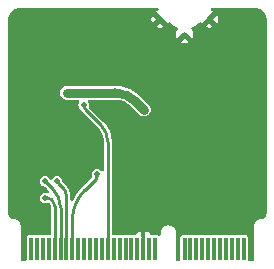
<source format=gbr>
%TF.GenerationSoftware,KiCad,Pcbnew,9.0.0*%
%TF.CreationDate,2025-05-23T15:59:06+04:00*%
%TF.ProjectId,02_03_sensor_IMU_BMI088,30325f30-335f-4736-956e-736f725f494d,rev?*%
%TF.SameCoordinates,Original*%
%TF.FileFunction,Copper,L2,Bot*%
%TF.FilePolarity,Positive*%
%FSLAX46Y46*%
G04 Gerber Fmt 4.6, Leading zero omitted, Abs format (unit mm)*
G04 Created by KiCad (PCBNEW 9.0.0) date 2025-05-23 15:59:06*
%MOMM*%
%LPD*%
G01*
G04 APERTURE LIST*
%TA.AperFunction,SMDPad,CuDef*%
%ADD10R,0.350000X1.950000*%
%TD*%
%TA.AperFunction,ComponentPad*%
%ADD11C,0.454000*%
%TD*%
%TA.AperFunction,ViaPad*%
%ADD12C,0.500000*%
%TD*%
%TA.AperFunction,Conductor*%
%ADD13C,0.750000*%
%TD*%
%TA.AperFunction,Conductor*%
%ADD14C,0.250000*%
%TD*%
G04 APERTURE END LIST*
D10*
%TO.P,J1,2,3.3V*%
%TO.N,+3V3*%
X157501100Y-112840617D03*
%TO.P,J1,4,3.3V_EN*%
%TO.N,/3.3V_EN*%
X157001100Y-112840617D03*
%TO.P,J1,6,~{RESET}*%
%TO.N,+5V*%
X156501100Y-112840617D03*
%TO.P,J1,8,G11*%
%TO.N,/G11-SWO*%
X156001100Y-112840617D03*
%TO.P,J1,10,D0*%
%TO.N,/D0*%
X155501100Y-112840617D03*
%TO.P,J1,12,I2C_SDA*%
%TO.N,unconnected-(J1-I2C_SDA-Pad12)*%
X155001100Y-112840617D03*
%TO.P,J1,14,I2C_SCL*%
%TO.N,unconnected-(J1-I2C_SCL-Pad14)*%
X154501100Y-112840617D03*
%TO.P,J1,16,I2C_~{INT}*%
%TO.N,/I2C_~{INT}*%
X154001100Y-112840617D03*
%TO.P,J1,18,D1/CAM_TRIG*%
%TO.N,/D1-CAM_TRIG*%
X153501100Y-112840617D03*
%TO.P,J1,20,RX2*%
%TO.N,/UART_RX2*%
X153001100Y-112840617D03*
%TO.P,J1,22,TX2*%
%TO.N,/UART_TX2*%
X152501100Y-112840617D03*
%TO.P,J1,32,PWM0*%
%TO.N,/PWM0*%
X150001100Y-112840617D03*
%TO.P,J1,34,A0*%
%TO.N,/A0*%
X149501100Y-112840617D03*
%TO.P,J1,36,GND*%
%TO.N,GND*%
X149001100Y-112840617D03*
%TO.P,J1,38,A1*%
%TO.N,/A1*%
X148501100Y-112840617D03*
%TO.P,J1,40,G0/BUS0*%
%TO.N,/G0*%
X148001100Y-112840617D03*
%TO.P,J1,42,G1/BUS1*%
%TO.N,BMI088_pwr_cyc*%
X147501100Y-112840617D03*
%TO.P,J1,44,G2/BUS2*%
%TO.N,BMI088_INT1_ACCEL*%
X147001100Y-112840617D03*
%TO.P,J1,46,G3/BUS3*%
%TO.N,BMI088_INT3_GYRO*%
X146501100Y-112840617D03*
%TO.P,J1,48,G4/BUS4*%
%TO.N,BMI088_CS_GYRO*%
X146001100Y-112840617D03*
%TO.P,J1,50,AUD_BCLK*%
%TO.N,/AUD_BCLK*%
X145501100Y-112840617D03*
%TO.P,J1,52,AUD_LRCLK*%
%TO.N,/AUD_LRCLK*%
X145001100Y-112840617D03*
%TO.P,J1,54,AUD_IN/CAM_PCLK*%
%TO.N,/AUD_IN-CAM_PCLK*%
X144501100Y-112840617D03*
%TO.P,J1,56,AUD_OUT/CAM_MCLK*%
%TO.N,/AUD_OUT-CAM_MCLK*%
X144001100Y-112840617D03*
%TO.P,J1,58,AUD_MCLK*%
%TO.N,/AUD_MCLK*%
X143501100Y-112840617D03*
%TO.P,J1,60,SPI_SCK1/SDIO_CLK*%
%TO.N,BMI088_MOSI*%
X143001100Y-112840617D03*
%TO.P,J1,62,SPI_SDO1/SDIO_CMD*%
%TO.N,BMI088_MISO*%
X142501100Y-112840617D03*
%TO.P,J1,64,SPI_SDI1/SDIO_DATA0*%
%TO.N,BMI088_SCK*%
X142001100Y-112840617D03*
%TO.P,J1,66,SDIO_DATA1*%
%TO.N,BMI088_CS_ACCEL*%
X141501100Y-112840617D03*
%TO.P,J1,68,SDIO_DATA2*%
%TO.N,/SDIO_DATA2*%
X141001100Y-112840617D03*
%TO.P,J1,70,SPI_~{CS1}/SDIO_DATA3*%
%TO.N,/SDIO_DATA3-~{SPI_CS1}*%
X140501100Y-112840617D03*
%TO.P,J1,72,RTC_3V*%
%TO.N,/RTC_3V_BATT*%
X140001100Y-112840617D03*
%TO.P,J1,74,3.3V*%
%TO.N,+3V3*%
X139501100Y-112840617D03*
D11*
%TO.P,J1,GND1,GND*%
%TO.N,GND*%
X150401100Y-93365617D03*
%TO.P,J1,GND2,GND*%
X152501100Y-94665617D03*
%TO.P,J1,GND3,GND*%
X154601100Y-93365617D03*
%TD*%
D12*
%TO.N,+3V3*%
X142526000Y-99600000D03*
X149048103Y-101028096D03*
%TO.N,BMI088_CS_ACCEL*%
X140700000Y-108500000D03*
%TO.N,BMI088_CS_GYRO*%
X143955000Y-100600000D03*
%TO.N,BMI088_MISO*%
X141700000Y-107100000D03*
%TO.N,BMI088_MOSI*%
X145100000Y-106500000D03*
%TO.N,BMI088_SCK*%
X140700000Y-107100000D03*
%TD*%
D13*
%TO.N,+3V3*%
X149048103Y-101028096D02*
X148334055Y-100314048D01*
X146610190Y-99600000D02*
X142526000Y-99600000D01*
X148334055Y-100314048D02*
G75*
G03*
X146610190Y-99600003I-1723855J-1723852D01*
G01*
D14*
%TO.N,BMI088_CS_ACCEL*%
X140700000Y-108500000D02*
X140900000Y-108500000D01*
X141300550Y-108700550D02*
X141241421Y-108641421D01*
X141501100Y-109184720D02*
X141501100Y-112840617D01*
X141241421Y-108641421D02*
G75*
G03*
X140900000Y-108499987I-341421J-341379D01*
G01*
X141501100Y-109184720D02*
G75*
G03*
X141300556Y-108700544I-684700J20D01*
G01*
%TO.N,BMI088_CS_GYRO*%
X143955000Y-100600000D02*
X143955000Y-100727500D01*
X146001100Y-103750405D02*
X146001100Y-112840617D01*
X144045156Y-100945156D02*
X145400550Y-102300550D01*
X143955000Y-100727500D02*
G75*
G03*
X144045159Y-100945153I307800J0D01*
G01*
X145400550Y-102300550D02*
G75*
G02*
X146001098Y-103750405I-1449850J-1449850D01*
G01*
%TO.N,BMI088_MISO*%
X142150550Y-107550550D02*
X141800000Y-107200000D01*
X142501100Y-108396852D02*
X142501100Y-112840617D01*
X142150550Y-107550550D02*
G75*
G02*
X142501149Y-108396852I-846250J-846350D01*
G01*
%TO.N,BMI088_MOSI*%
X143001100Y-110383046D02*
X143001100Y-112840617D01*
X144993933Y-106906066D02*
X144050550Y-107849450D01*
X145100000Y-106650000D02*
X145100000Y-106500000D01*
X144050550Y-107849450D02*
G75*
G03*
X143001119Y-110383046I2533550J-2533550D01*
G01*
X144993933Y-106906066D02*
G75*
G03*
X145100009Y-106650000I-256033J256066D01*
G01*
%TO.N,BMI088_SCK*%
X140700000Y-107100000D02*
X141350550Y-107750550D01*
X142001100Y-109321116D02*
X142001100Y-112840617D01*
X142001100Y-109321116D02*
G75*
G03*
X141350555Y-107750545I-2221100J16D01*
G01*
%TD*%
%TA.AperFunction,Conductor*%
%TO.N,GND*%
G36*
X150256125Y-92435802D02*
G01*
X150301880Y-92488606D01*
X150311824Y-92557764D01*
X150282799Y-92621320D01*
X150224021Y-92659094D01*
X150213277Y-92661734D01*
X150189049Y-92666553D01*
X150071678Y-92715168D01*
X150561613Y-93205104D01*
X151051547Y-93695038D01*
X151055949Y-93694162D01*
X151091477Y-93650076D01*
X151157771Y-93628010D01*
X151225470Y-93645288D01*
X151243401Y-93658218D01*
X151419344Y-93810673D01*
X151419350Y-93810677D01*
X151635996Y-93949907D01*
X151636019Y-93949920D01*
X151862774Y-94053475D01*
X151915578Y-94099229D01*
X151935263Y-94166269D01*
X151915579Y-94233308D01*
X151914366Y-94235159D01*
X151856840Y-94321254D01*
X151802038Y-94453558D01*
X151802036Y-94453566D01*
X151774100Y-94594009D01*
X151774100Y-94737224D01*
X151802035Y-94877667D01*
X151802038Y-94877676D01*
X151850650Y-94995037D01*
X152252905Y-94592784D01*
X152314228Y-94559299D01*
X152383920Y-94564283D01*
X152428267Y-94592784D01*
X152430389Y-94594906D01*
X152416324Y-94608972D01*
X152401100Y-94645726D01*
X152401100Y-94685508D01*
X152416324Y-94722262D01*
X152444455Y-94750393D01*
X152481209Y-94765617D01*
X152520991Y-94765617D01*
X152557745Y-94750393D01*
X152585876Y-94722262D01*
X152601100Y-94685508D01*
X152601100Y-94645726D01*
X152585876Y-94608972D01*
X152571810Y-94594906D01*
X152573932Y-94592785D01*
X152635255Y-94559300D01*
X152704947Y-94564284D01*
X152749294Y-94592785D01*
X153151547Y-94995038D01*
X153200161Y-94877675D01*
X153200163Y-94877667D01*
X153228099Y-94737224D01*
X153228100Y-94737221D01*
X153228100Y-94594013D01*
X153228099Y-94594009D01*
X153200163Y-94453566D01*
X153200161Y-94453558D01*
X153145358Y-94321250D01*
X153087834Y-94235159D01*
X153066956Y-94168482D01*
X153085441Y-94101102D01*
X153137420Y-94054412D01*
X153139316Y-94053524D01*
X153221343Y-94016064D01*
X154271677Y-94016064D01*
X154389041Y-94064678D01*
X154389049Y-94064680D01*
X154529492Y-94092616D01*
X154529496Y-94092617D01*
X154672704Y-94092617D01*
X154672707Y-94092616D01*
X154813150Y-94064680D01*
X154813158Y-94064678D01*
X154930521Y-94016064D01*
X154601101Y-93686643D01*
X154601100Y-93686643D01*
X154271677Y-94016064D01*
X153221343Y-94016064D01*
X153366192Y-93949914D01*
X153582856Y-93810673D01*
X153758800Y-93658216D01*
X153822353Y-93629193D01*
X153891511Y-93639136D01*
X153944315Y-93684891D01*
X153949503Y-93694810D01*
X153950650Y-93695038D01*
X154299964Y-93345726D01*
X154501100Y-93345726D01*
X154501100Y-93385508D01*
X154516324Y-93422262D01*
X154544455Y-93450393D01*
X154581209Y-93465617D01*
X154620991Y-93465617D01*
X154657745Y-93450393D01*
X154685876Y-93422262D01*
X154701100Y-93385508D01*
X154701100Y-93365616D01*
X154922126Y-93365616D01*
X154922126Y-93365617D01*
X155251547Y-93695038D01*
X155300161Y-93577675D01*
X155300163Y-93577667D01*
X155328099Y-93437224D01*
X155328100Y-93437221D01*
X155328100Y-93294013D01*
X155328099Y-93294009D01*
X155300163Y-93153566D01*
X155300161Y-93153558D01*
X155251547Y-93036194D01*
X154922126Y-93365616D01*
X154701100Y-93365616D01*
X154701100Y-93345726D01*
X154685876Y-93308972D01*
X154657745Y-93280841D01*
X154620991Y-93265617D01*
X154581209Y-93265617D01*
X154544455Y-93280841D01*
X154516324Y-93308972D01*
X154501100Y-93345726D01*
X154299964Y-93345726D01*
X154419117Y-93226574D01*
X154440587Y-93205104D01*
X154930521Y-92715168D01*
X154813159Y-92666555D01*
X154813150Y-92666553D01*
X154788923Y-92661734D01*
X154727012Y-92629350D01*
X154692438Y-92568634D01*
X154696177Y-92498865D01*
X154737043Y-92442192D01*
X154802061Y-92416611D01*
X154813114Y-92416117D01*
X158493234Y-92416117D01*
X158506716Y-92416852D01*
X158537216Y-92420187D01*
X158653104Y-92432863D01*
X158673654Y-92436890D01*
X158811775Y-92476317D01*
X158831349Y-92483743D01*
X158960838Y-92545843D01*
X158960865Y-92545856D01*
X158978917Y-92556475D01*
X159067068Y-92618914D01*
X159096114Y-92639488D01*
X159096133Y-92639501D01*
X159112142Y-92653009D01*
X159213701Y-92754570D01*
X159227208Y-92770578D01*
X159310233Y-92887796D01*
X159320852Y-92905850D01*
X159382957Y-93035356D01*
X159390387Y-93054939D01*
X159429813Y-93193063D01*
X159433840Y-93213617D01*
X159449865Y-93360146D01*
X159450600Y-93373627D01*
X159450600Y-109755872D01*
X159449451Y-109772714D01*
X159435814Y-109872185D01*
X159429333Y-109898169D01*
X159396341Y-109987818D01*
X159384432Y-110011804D01*
X159379611Y-110019341D01*
X159332964Y-110092274D01*
X159316183Y-110113144D01*
X159248633Y-110180692D01*
X159227763Y-110197471D01*
X159147286Y-110248941D01*
X159123298Y-110260850D01*
X159033656Y-110293836D01*
X159007671Y-110300317D01*
X158906155Y-110314230D01*
X158892791Y-110315329D01*
X158872130Y-110315907D01*
X158864324Y-110317542D01*
X158838078Y-110319407D01*
X158838072Y-110319408D01*
X158723484Y-110352555D01*
X158618415Y-110409056D01*
X158618407Y-110409062D01*
X158527573Y-110486380D01*
X158455019Y-110581074D01*
X158455018Y-110581076D01*
X158403992Y-110688904D01*
X158388678Y-110754259D01*
X158376775Y-110805053D01*
X158376007Y-110844291D01*
X158375600Y-110844699D01*
X158375600Y-110865177D01*
X158375590Y-110865687D01*
X158375579Y-110866282D01*
X158375579Y-110866318D01*
X158375020Y-110896650D01*
X158375600Y-110900539D01*
X158375600Y-113726000D01*
X158355915Y-113793039D01*
X158303111Y-113838794D01*
X158251600Y-113850000D01*
X158000600Y-113850000D01*
X157933561Y-113830315D01*
X157887806Y-113777511D01*
X157876600Y-113726000D01*
X157876600Y-111845866D01*
X157876599Y-111845864D01*
X157864968Y-111787387D01*
X157864967Y-111787386D01*
X157820652Y-111721064D01*
X157754330Y-111676749D01*
X157754329Y-111676748D01*
X157695852Y-111665117D01*
X157695848Y-111665117D01*
X157306352Y-111665117D01*
X157306351Y-111665117D01*
X157275288Y-111671295D01*
X157226912Y-111671295D01*
X157195849Y-111665117D01*
X157195848Y-111665117D01*
X156806352Y-111665117D01*
X156806351Y-111665117D01*
X156775288Y-111671295D01*
X156726912Y-111671295D01*
X156695849Y-111665117D01*
X156695848Y-111665117D01*
X156306352Y-111665117D01*
X156306351Y-111665117D01*
X156275288Y-111671295D01*
X156226912Y-111671295D01*
X156195849Y-111665117D01*
X156195848Y-111665117D01*
X155806352Y-111665117D01*
X155806351Y-111665117D01*
X155775288Y-111671295D01*
X155726912Y-111671295D01*
X155695849Y-111665117D01*
X155695848Y-111665117D01*
X155306352Y-111665117D01*
X155306351Y-111665117D01*
X155275288Y-111671295D01*
X155226912Y-111671295D01*
X155195849Y-111665117D01*
X155195848Y-111665117D01*
X154806352Y-111665117D01*
X154806351Y-111665117D01*
X154775288Y-111671295D01*
X154726912Y-111671295D01*
X154695849Y-111665117D01*
X154695848Y-111665117D01*
X154306352Y-111665117D01*
X154306351Y-111665117D01*
X154275288Y-111671295D01*
X154226912Y-111671295D01*
X154195849Y-111665117D01*
X154195848Y-111665117D01*
X153806352Y-111665117D01*
X153806351Y-111665117D01*
X153775288Y-111671295D01*
X153726912Y-111671295D01*
X153695849Y-111665117D01*
X153695848Y-111665117D01*
X153306352Y-111665117D01*
X153306351Y-111665117D01*
X153275288Y-111671295D01*
X153226912Y-111671295D01*
X153195849Y-111665117D01*
X153195848Y-111665117D01*
X152806352Y-111665117D01*
X152806351Y-111665117D01*
X152775288Y-111671295D01*
X152726912Y-111671295D01*
X152695849Y-111665117D01*
X152695848Y-111665117D01*
X152306352Y-111665117D01*
X152306347Y-111665117D01*
X152247870Y-111676748D01*
X152247869Y-111676749D01*
X152181547Y-111721064D01*
X152137232Y-111787386D01*
X152137231Y-111787387D01*
X152125600Y-111845864D01*
X152125600Y-113726000D01*
X152123049Y-113734685D01*
X152124338Y-113743647D01*
X152113359Y-113767687D01*
X152105915Y-113793039D01*
X152099074Y-113798966D01*
X152095313Y-113807203D01*
X152073078Y-113821492D01*
X152053111Y-113838794D01*
X152042596Y-113841081D01*
X152036535Y-113844977D01*
X152001600Y-113850000D01*
X151900600Y-113850000D01*
X151833561Y-113830315D01*
X151787806Y-113777511D01*
X151776600Y-113726000D01*
X151776600Y-111392323D01*
X151776599Y-111392319D01*
X151770504Y-111365617D01*
X151743981Y-111249411D01*
X151680379Y-111117340D01*
X151667532Y-111101231D01*
X151654618Y-111085037D01*
X151588983Y-111002734D01*
X151523346Y-110950390D01*
X151474379Y-110911339D01*
X151474376Y-110911337D01*
X151342309Y-110847737D01*
X151342307Y-110847736D01*
X151342306Y-110847736D01*
X151297254Y-110837453D01*
X151199397Y-110815117D01*
X151199394Y-110815117D01*
X151052806Y-110815117D01*
X151052802Y-110815117D01*
X150909890Y-110847737D01*
X150777823Y-110911337D01*
X150777820Y-110911339D01*
X150663217Y-111002734D01*
X150571822Y-111117337D01*
X150571820Y-111117340D01*
X150508220Y-111249407D01*
X150475600Y-111392319D01*
X150475600Y-111592609D01*
X150455915Y-111659648D01*
X150403111Y-111705403D01*
X150333953Y-111715347D01*
X150282710Y-111695712D01*
X150265080Y-111683932D01*
X150254331Y-111676750D01*
X150254330Y-111676749D01*
X150254329Y-111676749D01*
X150254329Y-111676748D01*
X150195852Y-111665117D01*
X150195848Y-111665117D01*
X149806352Y-111665117D01*
X149806351Y-111665117D01*
X149775288Y-111671295D01*
X149767053Y-111671300D01*
X149762330Y-111673167D01*
X149727549Y-111671328D01*
X149727084Y-111671329D01*
X149726378Y-111671189D01*
X149695848Y-111665117D01*
X149695617Y-111665117D01*
X149689493Y-111663908D01*
X149663592Y-111650407D01*
X149636509Y-111639452D01*
X149630266Y-111633035D01*
X149627535Y-111631612D01*
X149625619Y-111628260D01*
X149614243Y-111616567D01*
X149533290Y-111508429D01*
X149533287Y-111508426D01*
X149418193Y-111422266D01*
X149418186Y-111422262D01*
X149283479Y-111372020D01*
X149283472Y-111372018D01*
X149223944Y-111365617D01*
X149176100Y-111365617D01*
X149176100Y-111691603D01*
X149173549Y-111700288D01*
X149174838Y-111709250D01*
X149158065Y-111753021D01*
X149156415Y-111758642D01*
X149155661Y-111759294D01*
X149155202Y-111760494D01*
X149137233Y-111787386D01*
X149137231Y-111787390D01*
X149125600Y-111845864D01*
X149125600Y-112716617D01*
X149123049Y-112725302D01*
X149124338Y-112734264D01*
X149113359Y-112758304D01*
X149105915Y-112783656D01*
X149099074Y-112789583D01*
X149095313Y-112797820D01*
X149073078Y-112812109D01*
X149053111Y-112829411D01*
X149042596Y-112831698D01*
X149036535Y-112835594D01*
X149001600Y-112840617D01*
X149000600Y-112840617D01*
X148933561Y-112820932D01*
X148887806Y-112768128D01*
X148876600Y-112716617D01*
X148876600Y-111845866D01*
X148876599Y-111845864D01*
X148864968Y-111787390D01*
X148864967Y-111787389D01*
X148864967Y-111787386D01*
X148846997Y-111760493D01*
X148843960Y-111750793D01*
X148837306Y-111743114D01*
X148833697Y-111718014D01*
X148826120Y-111693816D01*
X148826100Y-111691603D01*
X148826100Y-111365617D01*
X148778255Y-111365617D01*
X148718727Y-111372018D01*
X148718720Y-111372020D01*
X148584013Y-111422262D01*
X148584006Y-111422266D01*
X148468912Y-111508426D01*
X148387956Y-111616568D01*
X148365880Y-111633092D01*
X148346007Y-111652214D01*
X148336583Y-111655023D01*
X148332022Y-111658438D01*
X148312706Y-111663908D01*
X148306582Y-111665117D01*
X148306352Y-111665117D01*
X148275824Y-111671189D01*
X148275116Y-111671329D01*
X148274742Y-111671295D01*
X148226912Y-111671295D01*
X148195849Y-111665117D01*
X148195848Y-111665117D01*
X147806352Y-111665117D01*
X147806351Y-111665117D01*
X147775288Y-111671295D01*
X147726912Y-111671295D01*
X147695849Y-111665117D01*
X147695848Y-111665117D01*
X147306352Y-111665117D01*
X147306351Y-111665117D01*
X147275288Y-111671295D01*
X147226912Y-111671295D01*
X147195849Y-111665117D01*
X147195848Y-111665117D01*
X146806352Y-111665117D01*
X146806351Y-111665117D01*
X146775288Y-111671295D01*
X146726912Y-111671295D01*
X146695849Y-111665117D01*
X146695848Y-111665117D01*
X146450600Y-111665117D01*
X146383561Y-111645432D01*
X146337806Y-111592628D01*
X146326600Y-111541117D01*
X146326600Y-103698520D01*
X146326597Y-103698480D01*
X146326598Y-103616978D01*
X146296720Y-103351800D01*
X146237339Y-103091634D01*
X146149203Y-102839753D01*
X146033419Y-102599325D01*
X145891443Y-102373371D01*
X145725061Y-102164735D01*
X145630713Y-102070387D01*
X145594259Y-102033933D01*
X144416845Y-100856518D01*
X144383360Y-100795195D01*
X144384751Y-100736743D01*
X144405500Y-100659309D01*
X144405500Y-100540691D01*
X144374799Y-100426114D01*
X144337493Y-100361500D01*
X144321021Y-100293601D01*
X144343873Y-100227574D01*
X144398794Y-100184383D01*
X144444881Y-100175500D01*
X146540314Y-100175500D01*
X146606126Y-100175500D01*
X146614235Y-100175765D01*
X146845193Y-100190901D01*
X146861252Y-100193016D01*
X147084255Y-100237374D01*
X147099910Y-100241569D01*
X147315215Y-100314655D01*
X147330187Y-100320856D01*
X147527128Y-100417976D01*
X147534109Y-100421419D01*
X147548157Y-100429529D01*
X147737203Y-100555846D01*
X147750067Y-100565717D01*
X147924027Y-100718275D01*
X147929949Y-100723822D01*
X148694737Y-101488610D01*
X148825968Y-101564377D01*
X148972336Y-101603596D01*
X148972338Y-101603596D01*
X149123867Y-101603596D01*
X149123869Y-101603596D01*
X149270238Y-101564377D01*
X149401468Y-101488610D01*
X149508617Y-101381461D01*
X149584384Y-101250231D01*
X149623603Y-101103862D01*
X149623603Y-100952329D01*
X149584384Y-100805961D01*
X149508617Y-100674730D01*
X148777316Y-99943429D01*
X148777312Y-99943422D01*
X148740996Y-99907106D01*
X148740997Y-99907106D01*
X148636317Y-99802426D01*
X148407445Y-99614595D01*
X148407440Y-99614592D01*
X148407427Y-99614582D01*
X148161273Y-99450108D01*
X148161264Y-99450103D01*
X147900152Y-99310535D01*
X147900140Y-99310530D01*
X147626608Y-99197229D01*
X147343262Y-99111278D01*
X147343251Y-99111275D01*
X147052886Y-99053520D01*
X147052881Y-99053519D01*
X147052878Y-99053518D01*
X147052868Y-99053517D01*
X146843978Y-99032945D01*
X146758227Y-99024500D01*
X146685956Y-99024500D01*
X142450234Y-99024500D01*
X142303863Y-99063719D01*
X142172635Y-99139485D01*
X142172632Y-99139487D01*
X142065487Y-99246632D01*
X142065485Y-99246635D01*
X141989719Y-99377863D01*
X141950500Y-99524234D01*
X141950500Y-99675765D01*
X141989719Y-99822136D01*
X142027602Y-99887750D01*
X142065485Y-99953365D01*
X142172635Y-100060515D01*
X142303865Y-100136281D01*
X142450234Y-100175500D01*
X143465119Y-100175500D01*
X143532158Y-100195185D01*
X143577913Y-100247989D01*
X143587857Y-100317147D01*
X143572506Y-100361499D01*
X143535201Y-100426114D01*
X143504500Y-100540691D01*
X143504500Y-100659309D01*
X143535201Y-100773886D01*
X143594511Y-100876613D01*
X143594513Y-100876615D01*
X143653159Y-100935261D01*
X143670532Y-100957066D01*
X143676058Y-100965878D01*
X143701580Y-101027491D01*
X143770891Y-101131219D01*
X143784691Y-101145018D01*
X143794613Y-101154940D01*
X143794614Y-101154941D01*
X145133933Y-102494259D01*
X145167496Y-102527822D01*
X145173043Y-102533744D01*
X145313794Y-102694239D01*
X145323668Y-102707108D01*
X145439989Y-102881196D01*
X145448099Y-102895242D01*
X145540701Y-103083018D01*
X145546909Y-103098004D01*
X145614212Y-103296277D01*
X145618409Y-103311943D01*
X145659254Y-103517280D01*
X145661372Y-103533362D01*
X145672788Y-103707552D01*
X145675335Y-103746402D01*
X145675600Y-103754512D01*
X145675600Y-106139136D01*
X145655915Y-106206175D01*
X145603111Y-106251930D01*
X145533953Y-106261874D01*
X145470397Y-106232849D01*
X145463919Y-106226817D01*
X145376615Y-106139513D01*
X145376613Y-106139511D01*
X145273886Y-106080201D01*
X145159309Y-106049500D01*
X145040691Y-106049500D01*
X144926114Y-106080201D01*
X144926112Y-106080201D01*
X144926112Y-106080202D01*
X144823387Y-106139511D01*
X144823384Y-106139513D01*
X144739513Y-106223384D01*
X144739511Y-106223387D01*
X144723032Y-106251930D01*
X144680201Y-106326114D01*
X144649500Y-106440691D01*
X144649500Y-106559309D01*
X144673667Y-106649500D01*
X144679758Y-106672231D01*
X144678095Y-106742081D01*
X144647664Y-106792006D01*
X143856720Y-107582954D01*
X143856658Y-107582987D01*
X143699712Y-107739933D01*
X143699706Y-107739939D01*
X143699704Y-107739942D01*
X143665481Y-107780728D01*
X143480314Y-108001401D01*
X143284555Y-108280974D01*
X143113905Y-108576554D01*
X143113897Y-108576571D01*
X143062982Y-108685760D01*
X143057326Y-108692183D01*
X143054915Y-108700395D01*
X143034588Y-108718008D01*
X143016810Y-108738200D01*
X143008577Y-108740546D01*
X143002111Y-108746150D01*
X142975487Y-108749978D01*
X142949617Y-108757352D01*
X142941424Y-108754875D01*
X142932953Y-108756094D01*
X142908485Y-108744919D01*
X142882735Y-108737137D01*
X142877181Y-108730624D01*
X142869397Y-108727069D01*
X142854853Y-108704438D01*
X142837401Y-108683971D01*
X142835263Y-108673956D01*
X142831623Y-108668291D01*
X142826600Y-108633356D01*
X142826600Y-108458397D01*
X142826601Y-108458372D01*
X142826601Y-108448396D01*
X142826602Y-108448393D01*
X142826601Y-108448254D01*
X142826650Y-108448087D01*
X142826643Y-108297059D01*
X142821835Y-108260553D01*
X142800586Y-108099200D01*
X142748926Y-107906438D01*
X142672547Y-107722068D01*
X142672544Y-107722063D01*
X142672543Y-107722060D01*
X142572756Y-107549245D01*
X142550157Y-107519797D01*
X142451259Y-107390927D01*
X142385965Y-107325639D01*
X142380699Y-107320373D01*
X142380700Y-107320373D01*
X142374063Y-107313737D01*
X142186819Y-107126492D01*
X142153334Y-107065169D01*
X142151568Y-107048749D01*
X142151561Y-107048751D01*
X142150500Y-107040694D01*
X142150500Y-107040693D01*
X142150500Y-107040691D01*
X142119799Y-106926114D01*
X142060489Y-106823387D01*
X141976613Y-106739511D01*
X141873886Y-106680201D01*
X141759309Y-106649500D01*
X141640691Y-106649500D01*
X141526114Y-106680201D01*
X141526112Y-106680201D01*
X141526112Y-106680202D01*
X141423387Y-106739511D01*
X141423384Y-106739513D01*
X141339513Y-106823384D01*
X141339511Y-106823387D01*
X141307387Y-106879027D01*
X141256819Y-106927242D01*
X141188212Y-106940464D01*
X141123347Y-106914496D01*
X141092613Y-106879027D01*
X141060489Y-106823387D01*
X140976613Y-106739511D01*
X140873886Y-106680201D01*
X140759309Y-106649500D01*
X140640691Y-106649500D01*
X140526114Y-106680201D01*
X140526112Y-106680201D01*
X140526112Y-106680202D01*
X140423387Y-106739511D01*
X140423384Y-106739513D01*
X140339513Y-106823384D01*
X140339511Y-106823387D01*
X140280201Y-106926114D01*
X140249500Y-107040691D01*
X140249500Y-107159309D01*
X140280201Y-107273886D01*
X140339511Y-107376613D01*
X140423387Y-107460489D01*
X140526114Y-107519799D01*
X140640691Y-107550500D01*
X140640694Y-107550500D01*
X140648751Y-107551561D01*
X140648515Y-107553349D01*
X140705850Y-107570185D01*
X140726492Y-107586819D01*
X140883947Y-107744274D01*
X141026499Y-107886825D01*
X141059984Y-107948148D01*
X141055000Y-108017839D01*
X141013129Y-108073773D01*
X140947664Y-108098190D01*
X140879391Y-108083338D01*
X140876819Y-108081894D01*
X140873888Y-108080202D01*
X140873887Y-108080201D01*
X140873886Y-108080201D01*
X140759309Y-108049500D01*
X140640691Y-108049500D01*
X140526114Y-108080201D01*
X140526112Y-108080201D01*
X140526112Y-108080202D01*
X140423387Y-108139511D01*
X140423384Y-108139513D01*
X140339513Y-108223384D01*
X140339511Y-108223387D01*
X140280201Y-108326114D01*
X140249500Y-108440691D01*
X140249500Y-108559309D01*
X140280201Y-108673886D01*
X140339511Y-108776613D01*
X140423387Y-108860489D01*
X140526114Y-108919799D01*
X140640691Y-108950500D01*
X140640694Y-108950500D01*
X140759306Y-108950500D01*
X140759309Y-108950500D01*
X140873886Y-108919799D01*
X140909141Y-108899443D01*
X140936204Y-108892877D01*
X140962295Y-108883146D01*
X140969685Y-108884753D01*
X140977036Y-108882970D01*
X141003355Y-108892078D01*
X141030568Y-108897998D01*
X141039256Y-108904502D01*
X141043064Y-108905820D01*
X141058822Y-108919149D01*
X141064633Y-108924960D01*
X141075328Y-108937155D01*
X141117532Y-108992157D01*
X141133717Y-109020190D01*
X141157106Y-109076656D01*
X141165484Y-109107925D01*
X141174539Y-109176722D01*
X141175599Y-109192901D01*
X141175599Y-109214955D01*
X141175599Y-109236265D01*
X141175599Y-109236267D01*
X141175600Y-109246259D01*
X141175600Y-111541117D01*
X141155915Y-111608156D01*
X141103111Y-111653911D01*
X141051600Y-111665117D01*
X140806351Y-111665117D01*
X140775288Y-111671295D01*
X140726912Y-111671295D01*
X140695849Y-111665117D01*
X140695848Y-111665117D01*
X140306352Y-111665117D01*
X140306351Y-111665117D01*
X140275288Y-111671295D01*
X140226912Y-111671295D01*
X140195849Y-111665117D01*
X140195848Y-111665117D01*
X139806352Y-111665117D01*
X139806351Y-111665117D01*
X139775288Y-111671295D01*
X139726912Y-111671295D01*
X139695849Y-111665117D01*
X139695848Y-111665117D01*
X139306352Y-111665117D01*
X139306347Y-111665117D01*
X139247870Y-111676748D01*
X139247869Y-111676749D01*
X139181547Y-111721064D01*
X139137232Y-111787386D01*
X139137231Y-111787387D01*
X139125600Y-111845864D01*
X139125600Y-113726000D01*
X139105915Y-113793039D01*
X139053111Y-113838794D01*
X139001600Y-113850000D01*
X138750600Y-113850000D01*
X138683561Y-113830315D01*
X138637806Y-113777511D01*
X138626600Y-113726000D01*
X138626600Y-110881241D01*
X138627044Y-110880593D01*
X138626600Y-110864897D01*
X138626600Y-110844699D01*
X138626600Y-110826203D01*
X138625358Y-110820392D01*
X138624921Y-110804774D01*
X138596979Y-110689222D01*
X138545670Y-110581983D01*
X138473227Y-110487723D01*
X138382803Y-110410546D01*
X138278333Y-110353810D01*
X138278331Y-110353809D01*
X138278326Y-110353807D01*
X138164368Y-110319986D01*
X138164370Y-110319986D01*
X138164365Y-110319985D01*
X138164363Y-110319984D01*
X138164360Y-110319984D01*
X138138070Y-110317895D01*
X138137667Y-110317863D01*
X138119954Y-110316397D01*
X138118915Y-110315596D01*
X138105852Y-110315230D01*
X138102491Y-110314952D01*
X138101888Y-110314719D01*
X138095880Y-110314225D01*
X137994523Y-110300333D01*
X137968538Y-110293853D01*
X137878887Y-110260863D01*
X137854901Y-110248955D01*
X137774423Y-110197486D01*
X137753555Y-110180709D01*
X137685997Y-110113152D01*
X137669222Y-110092288D01*
X137647110Y-110057716D01*
X137617750Y-110011811D01*
X137605842Y-109987826D01*
X137572848Y-109898172D01*
X137566367Y-109872187D01*
X137552749Y-109772844D01*
X137551600Y-109756003D01*
X137551600Y-95316064D01*
X152171677Y-95316064D01*
X152289041Y-95364678D01*
X152289049Y-95364680D01*
X152429492Y-95392616D01*
X152429496Y-95392617D01*
X152572704Y-95392617D01*
X152572707Y-95392616D01*
X152713150Y-95364680D01*
X152713158Y-95364678D01*
X152830521Y-95316064D01*
X152501101Y-94986643D01*
X152501100Y-94986643D01*
X152171677Y-95316064D01*
X137551600Y-95316064D01*
X137551600Y-94016064D01*
X150071677Y-94016064D01*
X150189041Y-94064678D01*
X150189049Y-94064680D01*
X150329492Y-94092616D01*
X150329496Y-94092617D01*
X150472704Y-94092617D01*
X150472707Y-94092616D01*
X150613150Y-94064680D01*
X150613158Y-94064678D01*
X150730521Y-94016064D01*
X150401101Y-93686643D01*
X150401100Y-93686643D01*
X150071677Y-94016064D01*
X137551600Y-94016064D01*
X137551600Y-93373470D01*
X137552335Y-93359989D01*
X137559551Y-93294009D01*
X149674100Y-93294009D01*
X149674100Y-93437224D01*
X149702035Y-93577667D01*
X149702038Y-93577676D01*
X149750650Y-93695037D01*
X150080073Y-93365617D01*
X150060182Y-93345726D01*
X150301100Y-93345726D01*
X150301100Y-93385508D01*
X150316324Y-93422262D01*
X150344455Y-93450393D01*
X150381209Y-93465617D01*
X150420991Y-93465617D01*
X150457745Y-93450393D01*
X150485876Y-93422262D01*
X150501100Y-93385508D01*
X150501100Y-93345726D01*
X150485876Y-93308972D01*
X150457745Y-93280841D01*
X150420991Y-93265617D01*
X150381209Y-93265617D01*
X150344455Y-93280841D01*
X150316324Y-93308972D01*
X150301100Y-93345726D01*
X150060182Y-93345726D01*
X149750651Y-93036195D01*
X149702036Y-93153566D01*
X149702035Y-93153566D01*
X149674100Y-93294009D01*
X137559551Y-93294009D01*
X137561691Y-93274441D01*
X137561691Y-93274440D01*
X137568343Y-93213615D01*
X137572370Y-93193061D01*
X137583643Y-93153566D01*
X137611797Y-93054931D01*
X137619223Y-93035356D01*
X137681335Y-92905836D01*
X137691953Y-92887786D01*
X137774980Y-92770565D01*
X137788478Y-92754566D01*
X137890053Y-92652989D01*
X137906048Y-92639493D01*
X138023275Y-92556459D01*
X138041318Y-92545845D01*
X138170846Y-92483726D01*
X138190415Y-92476302D01*
X138328541Y-92436873D01*
X138349091Y-92432846D01*
X138495327Y-92416851D01*
X138508809Y-92416117D01*
X150189086Y-92416117D01*
X150256125Y-92435802D01*
G37*
%TD.AperFunction*%
%TD*%
M02*

</source>
